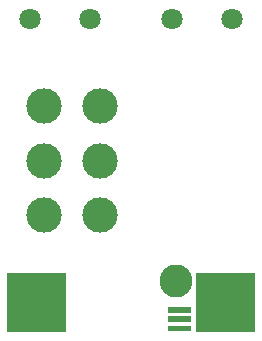
<source format=gts>
G04 (created by PCBNEW (2013-07-07 BZR 4022)-stable) date 2015/08/15 16:03:12*
%MOIN*%
G04 Gerber Fmt 3.4, Leading zero omitted, Abs format*
%FSLAX34Y34*%
G01*
G70*
G90*
G04 APERTURE LIST*
%ADD10C,0.00590551*%
%ADD11C,0.11811*%
%ADD12C,0.110236*%
%ADD13C,0.0708661*%
G04 APERTURE END LIST*
G54D10*
G54D11*
X117165Y-80551D03*
X117165Y-78740D03*
X117165Y-76929D03*
X119055Y-80551D03*
X119055Y-78740D03*
X119055Y-76929D03*
G54D10*
G36*
X122244Y-84448D02*
X122244Y-82480D01*
X124212Y-82480D01*
X124212Y-84448D01*
X122244Y-84448D01*
X122244Y-84448D01*
G37*
G36*
X115944Y-84448D02*
X115944Y-82480D01*
X117913Y-82480D01*
X117913Y-84448D01*
X115944Y-84448D01*
X115944Y-84448D01*
G37*
G54D12*
X121574Y-82755D03*
G54D10*
G36*
X121299Y-83799D02*
X121299Y-83602D01*
X122086Y-83602D01*
X122086Y-83799D01*
X121299Y-83799D01*
X121299Y-83799D01*
G37*
G36*
X121299Y-84429D02*
X121299Y-84232D01*
X122086Y-84232D01*
X122086Y-84429D01*
X121299Y-84429D01*
X121299Y-84429D01*
G37*
G36*
X121299Y-84114D02*
X121299Y-83917D01*
X122086Y-83917D01*
X122086Y-84114D01*
X121299Y-84114D01*
X121299Y-84114D01*
G37*
G54D13*
X118716Y-74015D03*
X116716Y-74015D03*
X123440Y-74015D03*
X121440Y-74015D03*
M02*

</source>
